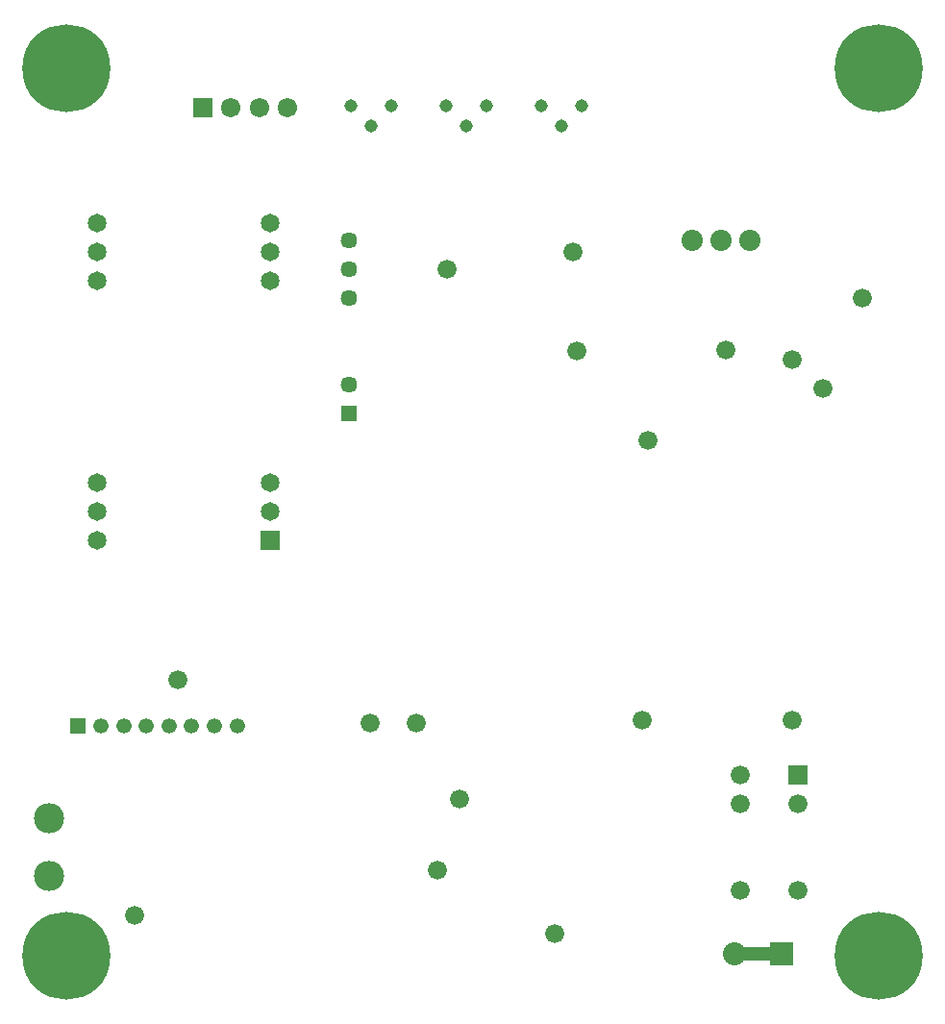
<source format=gbs>
G04*
G04 #@! TF.GenerationSoftware,Altium Limited,Altium Designer,20.0.11 (256)*
G04*
G04 Layer_Color=16711935*
%FSLAX25Y25*%
%MOIN*%
G70*
G01*
G75*
%ADD65C,0.04500*%
%ADD107C,0.06500*%
%ADD108R,0.06500X0.06500*%
%ADD109C,0.10500*%
%ADD110R,0.06602X0.06602*%
%ADD111C,0.06602*%
%ADD112C,0.05728*%
%ADD113R,0.05728X0.05728*%
%ADD114C,0.30500*%
%ADD115R,0.08000X0.08000*%
%ADD116C,0.08000*%
%ADD117C,0.07390*%
%ADD118C,0.05224*%
%ADD119R,0.05224X0.05224*%
%ADD120R,0.06760X0.06760*%
%ADD121C,0.06760*%
%ADD158R,0.12936X0.04900*%
D65*
X191000Y308000D02*
D03*
X184000Y315000D02*
D03*
X198000D02*
D03*
X125000Y308000D02*
D03*
X118000Y315000D02*
D03*
X132000D02*
D03*
X158000Y308000D02*
D03*
X151000Y315000D02*
D03*
X165000D02*
D03*
D107*
X30000Y164500D02*
D03*
Y174500D02*
D03*
Y264500D02*
D03*
Y184500D02*
D03*
Y274500D02*
D03*
X90000Y174500D02*
D03*
Y184500D02*
D03*
X30000Y254500D02*
D03*
X90000D02*
D03*
Y274500D02*
D03*
Y264500D02*
D03*
D108*
Y164500D02*
D03*
D109*
X13338Y48000D02*
D03*
Y68000D02*
D03*
D110*
X273000Y83000D02*
D03*
D111*
Y73000D02*
D03*
Y43000D02*
D03*
X253000D02*
D03*
Y73000D02*
D03*
Y83000D02*
D03*
X219000Y102000D02*
D03*
X155925Y74800D02*
D03*
X124846Y101000D02*
D03*
X151500Y258500D02*
D03*
X271200Y227000D02*
D03*
X43160Y34320D02*
D03*
X140847Y101000D02*
D03*
X295500Y248500D02*
D03*
X196500Y230000D02*
D03*
X195000Y264500D02*
D03*
X247957Y230500D02*
D03*
X221000Y199000D02*
D03*
X58000Y116000D02*
D03*
X281653Y217000D02*
D03*
X271000Y102000D02*
D03*
X148000Y50217D02*
D03*
X188850Y28130D02*
D03*
D112*
X117500Y248500D02*
D03*
Y268500D02*
D03*
Y258500D02*
D03*
Y218500D02*
D03*
D113*
Y208500D02*
D03*
D114*
X19500Y20500D02*
D03*
Y328000D02*
D03*
X301000D02*
D03*
Y20500D02*
D03*
D115*
X267299Y21244D02*
D03*
D116*
X251000D02*
D03*
D117*
X256500Y268500D02*
D03*
X236500D02*
D03*
X246500D02*
D03*
D118*
X39299Y100000D02*
D03*
X47173D02*
D03*
X31425D02*
D03*
X70795D02*
D03*
X78669D02*
D03*
X55047D02*
D03*
X62921D02*
D03*
D119*
X23551D02*
D03*
D120*
X66703Y314331D02*
D03*
D121*
X76545D02*
D03*
X86388D02*
D03*
X96231D02*
D03*
D158*
X257468Y21194D02*
D03*
M02*

</source>
